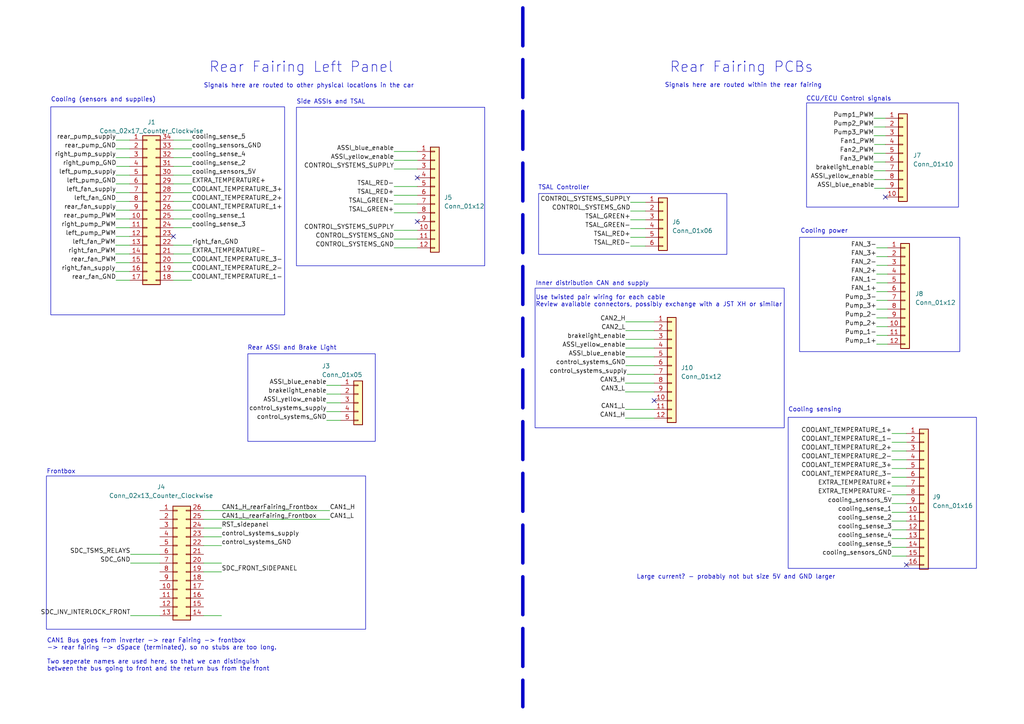
<source format=kicad_sch>
(kicad_sch (version 20230121) (generator eeschema)
  (paper "A4")
  (lib_symbols
    (symbol "Connector_Generic:Conn_01x05" (pin_names (offset 1.016) hide)
      (property "Reference" "J" (at 0 7.62 0))
      (property "Value" "Conn_01x05" (at 0 -7.62 0))
      (symbol "Conn_01x05_1_1"
        (rectangle (start -1.27 -4.953) (end 0 -5.207) (stroke (width 0.1524)))
        (rectangle (start -1.27 -2.413) (end 0 -2.667) (stroke (width 0.1524)))
        (rectangle (start -1.27 0.127) (end 0 -0.127) (stroke (width 0.1524)))
        (rectangle (start -1.27 2.667) (end 0 2.413) (stroke (width 0.1524)))
        (rectangle (start -1.27 5.207) (end 0 4.953) (stroke (width 0.1524)))
        (rectangle (start -1.27 6.35) (end 1.27 -6.35) (stroke (width 0.254)) (fill (type background)))
        (pin passive line (at -5.08 5.08 0) (length 3.81) (name "Pin_1") (number "1"))
        (pin passive line (at -5.08 2.54 0) (length 3.81) (name "Pin_2") (number "2"))
        (pin passive line (at -5.08 0 0) (length 3.81) (name "Pin_3") (number "3"))
        (pin passive line (at -5.08 -2.54 0) (length 3.81) (name "Pin_4") (number "4"))
        (pin passive line (at -5.08 -5.08 0) (length 3.81) (name "Pin_5") (number "5"))
      )
    )
    (symbol "Connector_Generic:Conn_01x06" (pin_names (offset 1.016) hide)
      (property "Reference" "J" (at 0 7.62 0))
      (property "Value" "Conn_01x06" (at 0 -10.16 0))
      (symbol "Conn_01x06_1_1"
        (rectangle (start -1.27 -7.493) (end 0 -7.747) (stroke (width 0.1524)))
        (rectangle (start -1.27 -4.953) (end 0 -5.207) (stroke (width 0.1524)))
        (rectangle (start -1.27 -2.413) (end 0 -2.667) (stroke (width 0.1524)))
        (rectangle (start -1.27 0.127) (end 0 -0.127) (stroke (width 0.1524)))
        (rectangle (start -1.27 2.667) (end 0 2.413) (stroke (width 0.1524)))
        (rectangle (start -1.27 5.207) (end 0 4.953) (stroke (width 0.1524)))
        (rectangle (start -1.27 6.35) (end 1.27 -8.89) (stroke (width 0.254)) (fill (type background)))
        (pin passive line (at -5.08 5.08 0) (length 3.81) (name "Pin_1") (number "1"))
        (pin passive line (at -5.08 2.54 0) (length 3.81) (name "Pin_2") (number "2"))
        (pin passive line (at -5.08 0 0) (length 3.81) (name "Pin_3") (number "3"))
        (pin passive line (at -5.08 -2.54 0) (length 3.81) (name "Pin_4") (number "4"))
        (pin passive line (at -5.08 -5.08 0) (length 3.81) (name "Pin_5") (number "5"))
        (pin passive line (at -5.08 -7.62 0) (length 3.81) (name "Pin_6") (number "6"))
      )
    )
    (symbol "Connector_Generic:Conn_01x10" (pin_names (offset 1.016) hide)
      (property "Reference" "J" (at 0 12.7 0))
      (property "Value" "Conn_01x10" (at 0 -15.24 0))
      (symbol "Conn_01x10_1_1"
        (rectangle (start -1.27 -12.573) (end 0 -12.827) (stroke (width 0.1524)))
        (rectangle (start -1.27 -10.033) (end 0 -10.287) (stroke (width 0.1524)))
        (rectangle (start -1.27 -7.493) (end 0 -7.747) (stroke (width 0.1524)))
        (rectangle (start -1.27 -4.953) (end 0 -5.207) (stroke (width 0.1524)))
        (rectangle (start -1.27 -2.413) (end 0 -2.667) (stroke (width 0.1524)))
        (rectangle (start -1.27 0.127) (end 0 -0.127) (stroke (width 0.1524)))
        (rectangle (start -1.27 2.667) (end 0 2.413) (stroke (width 0.1524)))
        (rectangle (start -1.27 5.207) (end 0 4.953) (stroke (width 0.1524)))
        (rectangle (start -1.27 7.747) (end 0 7.493) (stroke (width 0.1524)))
        (rectangle (start -1.27 10.287) (end 0 10.033) (stroke (width 0.1524)))
        (rectangle (start -1.27 11.43) (end 1.27 -13.97) (stroke (width 0.254)) (fill (type background)))
        (pin passive line (at -5.08 10.16 0) (length 3.81) (name "Pin_1") (number "1"))
        (pin passive line (at -5.08 -12.7 0) (length 3.81) (name "Pin_10") (number "10"))
        (pin passive line (at -5.08 7.62 0) (length 3.81) (name "Pin_2") (number "2"))
        (pin passive line (at -5.08 5.08 0) (length 3.81) (name "Pin_3") (number "3"))
        (pin passive line (at -5.08 2.54 0) (length 3.81) (name "Pin_4") (number "4"))
        (pin passive line (at -5.08 0 0) (length 3.81) (name "Pin_5") (number "5"))
        (pin passive line (at -5.08 -2.54 0) (length 3.81) (name "Pin_6") (number "6"))
        (pin passive line (at -5.08 -5.08 0) (length 3.81) (name "Pin_7") (number "7"))
        (pin passive line (at -5.08 -7.62 0) (length 3.81) (name "Pin_8") (number "8"))
        (pin passive line (at -5.08 -10.16 0) (length 3.81) (name "Pin_9") (number "9"))
      )
    )
    (symbol "Connector_Generic:Conn_01x12" (pin_names (offset 1.016) hide)
      (property "Reference" "J" (at 0 15.24 0))
      (property "Value" "Conn_01x12" (at 0 -17.78 0))
      (symbol "Conn_01x12_1_1"
        (rectangle (start -1.27 -15.113) (end 0 -15.367) (stroke (width 0.1524)))
        (rectangle (start -1.27 -12.573) (end 0 -12.827) (stroke (width 0.1524)))
        (rectangle (start -1.27 -10.033) (end 0 -10.287) (stroke (width 0.1524)))
        (rectangle (start -1.27 -7.493) (end 0 -7.747) (stroke (width 0.1524)))
        (rectangle (start -1.27 -4.953) (end 0 -5.207) (stroke (width 0.1524)))
        (rectangle (start -1.27 -2.413) (end 0 -2.667) (stroke (width 0.1524)))
        (rectangle (start -1.27 0.127) (end 0 -0.127) (stroke (width 0.1524)))
        (rectangle (start -1.27 2.667) (end 0 2.413) (stroke (width 0.1524)))
        (rectangle (start -1.27 5.207) (end 0 4.953) (stroke (width 0.1524)))
        (rectangle (start -1.27 7.747) (end 0 7.493) (stroke (width 0.1524)))
        (rectangle (start -1.27 10.287) (end 0 10.033) (stroke (width 0.1524)))
        (rectangle (start -1.27 12.827) (end 0 12.573) (stroke (width 0.1524)))
        (rectangle (start -1.27 13.97) (end 1.27 -16.51) (stroke (width 0.254)) (fill (type background)))
        (pin passive line (at -5.08 12.7 0) (length 3.81) (name "Pin_1") (number "1"))
        (pin passive line (at -5.08 -10.16 0) (length 3.81) (name "Pin_10") (number "10"))
        (pin passive line (at -5.08 -12.7 0) (length 3.81) (name "Pin_11") (number "11"))
        (pin passive line (at -5.08 -15.24 0) (length 3.81) (name "Pin_12") (number "12"))
        (pin passive line (at -5.08 10.16 0) (length 3.81) (name "Pin_2") (number "2"))
        (pin passive line (at -5.08 7.62 0) (length 3.81) (name "Pin_3") (number "3"))
        (pin passive line (at -5.08 5.08 0) (length 3.81) (name "Pin_4") (number "4"))
        (pin passive line (at -5.08 2.54 0) (length 3.81) (name "Pin_5") (number "5"))
        (pin passive line (at -5.08 0 0) (length 3.81) (name "Pin_6") (number "6"))
        (pin passive line (at -5.08 -2.54 0) (length 3.81) (name "Pin_7") (number "7"))
        (pin passive line (at -5.08 -5.08 0) (length 3.81) (name "Pin_8") (number "8"))
        (pin passive line (at -5.08 -7.62 0) (length 3.81) (name "Pin_9") (number "9"))
      )
    )
    (symbol "Connector_Generic:Conn_01x16" (pin_names (offset 1.016) hide)
      (property "Reference" "J" (at 0 20.32 0))
      (property "Value" "Conn_01x16" (at 0 -22.86 0))
      (symbol "Conn_01x16_1_1"
        (rectangle (start -1.27 -20.193) (end 0 -20.447) (stroke (width 0.1524)))
        (rectangle (start -1.27 -17.653) (end 0 -17.907) (stroke (width 0.1524)))
        (rectangle (start -1.27 -15.113) (end 0 -15.367) (stroke (width 0.1524)))
        (rectangle (start -1.27 -12.573) (end 0 -12.827) (stroke (width 0.1524)))
        (rectangle (start -1.27 -10.033) (end 0 -10.287) (stroke (width 0.1524)))
        (rectangle (start -1.27 -7.493) (end 0 -7.747) (stroke (width 0.1524)))
        (rectangle (start -1.27 -4.953) (end 0 -5.207) (stroke (width 0.1524)))
        (rectangle (start -1.27 -2.413) (end 0 -2.667) (stroke (width 0.1524)))
        (rectangle (start -1.27 0.127) (end 0 -0.127) (stroke (width 0.1524)))
        (rectangle (start -1.27 2.667) (end 0 2.413) (stroke (width 0.1524)))
        (rectangle (start -1.27 5.207) (end 0 4.953) (stroke (width 0.1524)))
        (rectangle (start -1.27 7.747) (end 0 7.493) (stroke (width 0.1524)))
        (rectangle (start -1.27 10.287) (end 0 10.033) (stroke (width 0.1524)))
        (rectangle (start -1.27 12.827) (end 0 12.573) (stroke (width 0.1524)))
        (rectangle (start -1.27 15.367) (end 0 15.113) (stroke (width 0.1524)))
        (rectangle (start -1.27 17.907) (end 0 17.653) (stroke (width 0.1524)))
        (rectangle (start -1.27 19.05) (end 1.27 -21.59) (stroke (width 0.254)) (fill (type background)))
        (pin passive line (at -5.08 17.78 0) (length 3.81) (name "Pin_1") (number "1"))
        (pin passive line (at -5.08 -5.08 0) (length 3.81) (name "Pin_10") (number "10"))
        (pin passive line (at -5.08 -7.62 0) (length 3.81) (name "Pin_11") (number "11"))
        (pin passive line (at -5.08 -10.16 0) (length 3.81) (name "Pin_12") (number "12"))
        (pin passive line (at -5.08 -12.7 0) (length 3.81) (name "Pin_13") (number "13"))
        (pin passive line (at -5.08 -15.24 0) (length 3.81) (name "Pin_14") (number "14"))
        (pin passive line (at -5.08 -17.78 0) (length 3.81) (name "Pin_15") (number "15"))
        (pin passive line (at -5.08 -20.32 0) (length 3.81) (name "Pin_16") (number "16"))
        (pin passive line (at -5.08 15.24 0) (length 3.81) (name "Pin_2") (number "2"))
        (pin passive line (at -5.08 12.7 0) (length 3.81) (name "Pin_3") (number "3"))
        (pin passive line (at -5.08 10.16 0) (length 3.81) (name "Pin_4") (number "4"))
        (pin passive line (at -5.08 7.62 0) (length 3.81) (name "Pin_5") (number "5"))
        (pin passive line (at -5.08 5.08 0) (length 3.81) (name "Pin_6") (number "6"))
        (pin passive line (at -5.08 2.54 0) (length 3.81) (name "Pin_7") (number "7"))
        (pin passive line (at -5.08 0 0) (length 3.81) (name "Pin_8") (number "8"))
        (pin passive line (at -5.08 -2.54 0) (length 3.81) (name "Pin_9") (number "9"))
      )
    )
    (symbol "Connector_Generic:Conn_02x13_Counter_Clockwise" (pin_names (offset 1.016) hide)
      (property "Reference" "J" (at 1.27 17.78 0))
      (property "Value" "Conn_02x13_Counter_Clockwise" (at 1.27 -17.78 0))
      (symbol "Conn_02x13_Counter_Clockwise_1_1"
        (rectangle (start -1.27 -15.113) (end 0 -15.367) (stroke (width 0.1524)))
        (rectangle (start -1.27 -12.573) (end 0 -12.827) (stroke (width 0.1524)))
        (rectangle (start -1.27 -10.033) (end 0 -10.287) (stroke (width 0.1524)))
        (rectangle (start -1.27 -7.493) (end 0 -7.747) (stroke (width 0.1524)))
        (rectangle (start -1.27 -4.953) (end 0 -5.207) (stroke (width 0.1524)))
        (rectangle (start -1.27 -2.413) (end 0 -2.667) (stroke (width 0.1524)))
        (rectangle (start -1.27 0.127) (end 0 -0.127) (stroke (width 0.1524)))
        (rectangle (start -1.27 2.667) (end 0 2.413) (stroke (width 0.1524)))
        (rectangle (start -1.27 5.207) (end 0 4.953) (stroke (width 0.1524)))
        (rectangle (start -1.27 7.747) (end 0 7.493) (stroke (width 0.1524)))
        (rectangle (start -1.27 10.287) (end 0 10.033) (stroke (width 0.1524)))
        (rectangle (start -1.27 12.827) (end 0 12.573) (stroke (width 0.1524)))
        (rectangle (start -1.27 15.367) (end 0 15.113) (stroke (width 0.1524)))
        (rectangle (start -1.27 16.51) (end 3.81 -16.51) (stroke (width 0.254)) (fill (type background)))
        (rectangle (start 3.81 -15.113) (end 2.54 -15.367) (stroke (width 0.1524)))
        (rectangle (start 3.81 -12.573) (end 2.54 -12.827) (stroke (width 0.1524)))
        (rectangle (start 3.81 -10.033) (end 2.54 -10.287) (stroke (width 0.1524)))
        (rectangle (start 3.81 -7.493) (end 2.54 -7.747) (stroke (width 0.1524)))
        (rectangle (start 3.81 -4.953) (end 2.54 -5.207) (stroke (width 0.1524)))
        (rectangle (start 3.81 -2.413) (end 2.54 -2.667) (stroke (width 0.1524)))
        (rectangle (start 3.81 0.127) (end 2.54 -0.127) (stroke (width 0.1524)))
        (rectangle (start 3.81 2.667) (end 2.54 2.413) (stroke (width 0.1524)))
        (rectangle (start 3.81 5.207) (end 2.54 4.953) (stroke (width 0.1524)))
        (rectangle (start 3.81 7.747) (end 2.54 7.493) (stroke (width 0.1524)))
        (rectangle (start 3.81 10.287) (end 2.54 10.033) (stroke (width 0.1524)))
        (rectangle (start 3.81 12.827) (end 2.54 12.573) (stroke (width 0.1524)))
        (rectangle (start 3.81 15.367) (end 2.54 15.113) (stroke (width 0.1524)))
        (pin passive line (at -5.08 15.24 0) (length 3.81) (name "Pin_1") (number "1"))
        (pin passive line (at -5.08 -7.62 0) (length 3.81) (name "Pin_10") (number "10"))
        (pin passive line (at -5.08 -10.16 0) (length 3.81) (name "Pin_11") (number "11"))
        (pin passive line (at -5.08 -12.7 0) (length 3.81) (name "Pin_12") (number "12"))
        (pin passive line (at -5.08 -15.24 0) (length 3.81) (name "Pin_13") (number "13"))
        (pin passive line (at 7.62 -15.24 180) (length 3.81) (name "Pin_14") (number "14"))
        (pin passive line (at 7.62 -12.7 180) (length 3.81) (name "Pin_15") (number "15"))
        (pin passive line (at 7.62 -10.16 180) (length 3.81) (name "Pin_16") (number "16"))
        (pin passive line (at 7.62 -7.62 180) (length 3.81) (name "Pin_17") (number "17"))
        (pin passive line (at 7.62 -5.08 180) (length 3.81) (name "Pin_18") (number "18"))
        (pin passive line (at 7.62 -2.54 180) (length 3.81) (name "Pin_19") (number "19"))
        (pin passive line (at -5.08 12.7 0) (length 3.81) (name "Pin_2") (number "2"))
        (pin passive line (at 7.62 0 180) (length 3.81) (name "Pin_20") (number "20"))
        (pin passive line (at 7.62 2.54 180) (length 3.81) (name "Pin_21") (number "21"))
        (pin passive line (at 7.62 5.08 180) (length 3.81) (name "Pin_22") (number "22"))
        (pin passive line (at 7.62 7.62 180) (length 3.81) (name "Pin_23") (number "23"))
        (pin passive line (at 7.62 10.16 180) (length 3.81) (name "Pin_24") (number "24"))
        (pin passive line (at 7.62 12.7 180) (length 3.81) (name "Pin_25") (number "25"))
        (pin passive line (at 7.62 15.24 180) (length 3.81) (name "Pin_26") (number "26"))
        (pin passive line (at -5.08 10.16 0) (length 3.81) (name "Pin_3") (number "3"))
        (pin passive line (at -5.08 7.62 0) (length 3.81) (name "Pin_4") (number "4"))
        (pin passive line (at -5.08 5.08 0) (length 3.81) (name "Pin_5") (number "5"))
        (pin passive line (at -5.08 2.54 0) (length 3.81) (name "Pin_6") (number "6"))
        (pin passive line (at -5.08 0 0) (length 3.81) (name "Pin_7") (number "7"))
        (pin passive line (at -5.08 -2.54 0) (length 3.81) (name "Pin_8") (number "8"))
        (pin passive line (at -5.08 -5.08 0) (length 3.81) (name "Pin_9") (number "9"))
      )
    )
    (symbol "Connector_Generic:Conn_02x17_Counter_Clockwise" (pin_names (offset 1.016) hide)
      (property "Reference" "J" (at 1.27 22.86 0))
      (property "Value" "Conn_02x17_Counter_Clockwise" (at 1.27 -22.86 0))
      (symbol "Conn_02x17_Counter_Clockwise_1_1"
        (rectangle (start -1.27 -20.193) (end 0 -20.447) (stroke (width 0.1524)))
        (rectangle (start -1.27 -17.653) (end 0 -17.907) (stroke (width 0.1524)))
        (rectangle (start -1.27 -15.113) (end 0 -15.367) (stroke (width 0.1524)))
        (rectangle (start -1.27 -12.573) (end 0 -12.827) (stroke (width 0.1524)))
        (rectangle (start -1.27 -10.033) (end 0 -10.287) (stroke (width 0.1524)))
        (rectangle (start -1.27 -7.493) (end 0 -7.747) (stroke (width 0.1524)))
        (rectangle (start -1.27 -4.953) (end 0 -5.207) (stroke (width 0.1524)))
        (rectangle (start -1.27 -2.413) (end 0 -2.667) (stroke (width 0.1524)))
        (rectangle (start -1.27 0.127) (end 0 -0.127) (stroke (width 0.1524)))
        (rectangle (start -1.27 2.667) (end 0 2.413) (stroke (width 0.1524)))
        (rectangle (start -1.27 5.207) (end 0 4.953) (stroke (width 0.1524)))
        (rectangle (start -1.27 7.747) (end 0 7.493) (stroke (width 0.1524)))
        (rectangle (start -1.27 10.287) (end 0 10.033) (stroke (width 0.1524)))
        (rectangle (start -1.27 12.827) (end 0 12.573) (stroke (width 0.1524)))
        (rectangle (start -1.27 15.367) (end 0 15.113) (stroke (width 0.1524)))
        (rectangle (start -1.27 17.907) (end 0 17.653) (stroke (width 0.1524)))
        (rectangle (start -1.27 20.447) (end 0 20.193) (stroke (width 0.1524)))
        (rectangle (start -1.27 21.59) (end 3.81 -21.59) (stroke (width 0.254)) (fill (type background)))
        (rectangle (start 3.81 -20.193) (end 2.54 -20.447) (stroke (width 0.1524)))
        (rectangle (start 3.81 -17.653) (end 2.54 -17.907) (stroke (width 0.1524)))
        (rectangle (start 3.81 -15.113) (end 2.54 -15.367) (stroke (width 0.1524)))
        (rectangle (start 3.81 -12.573) (end 2.54 -12.827) (stroke (width 0.1524)))
        (rectangle (start 3.81 -10.033) (end 2.54 -10.287) (stroke (width 0.1524)))
        (rectangle (start 3.81 -7.493) (end 2.54 -7.747) (stroke (width 0.1524)))
        (rectangle (start 3.81 -4.953) (end 2.54 -5.207) (stroke (width 0.1524)))
        (rectangle (start 3.81 -2.413) (end 2.54 -2.667) (stroke (width 0.1524)))
        (rectangle (start 3.81 0.127) (end 2.54 -0.127) (stroke (width 0.1524)))
        (rectangle (start 3.81 2.667) (end 2.54 2.413) (stroke (width 0.1524)))
        (rectangle (start 3.81 5.207) (end 2.54 4.953) (stroke (width 0.1524)))
        (rectangle (start 3.81 7.747) (end 2.54 7.493) (stroke (width 0.1524)))
        (rectangle (start 3.81 10.287) (end 2.54 10.033) (stroke (width 0.1524)))
        (rectangle (start 3.81 12.827) (end 2.54 12.573) (stroke (width 0.1524)))
        (rectangle (start 3.81 15.367) (end 2.54 15.113) (stroke (width 0.1524)))
        (rectangle (start 3.81 17.907) (end 2.54 17.653) (stroke (width 0.1524)))
        (rectangle (start 3.81 20.447) (end 2.54 20.193) (stroke (width 0.1524)))
        (pin passive line (at -5.08 20.32 0) (length 3.81) (name "Pin_1") (number "1"))
        (pin passive line (at -5.08 -2.54 0) (length 3.81) (name "Pin_10") (number "10"))
        (pin passive line (at -5.08 -5.08 0) (length 3.81) (name "Pin_11") (number "11"))
        (pin passive line (at -5.08 -7.62 0) (length 3.81) (name "Pin_12") (number "12"))
        (pin passive line (at -5.08 -10.16 0) (length 3.81) (name "Pin_13") (number "13"))
        (pin passive line (at -5.08 -12.7 0) (length 3.81) (name "Pin_14") (number "14"))
        (pin passive line (at -5.08 -15.24 0) (length 3.81) (name "Pin_15") (number "15"))
        (pin passive line (at -5.08 -17.78 0) (length 3.81) (name "Pin_16") (number "16"))
        (pin passive line (at -5.08 -20.32 0) (length 3.81) (name "Pin_17") (number "17"))
        (pin passive line (at 7.62 -20.32 180) (length 3.81) (name "Pin_18") (number "18"))
        (pin passive line (at 7.62 -17.78 180) (length 3.81) (name "Pin_19") (number "19"))
        (pin passive line (at -5.08 17.78 0) (length 3.81) (name "Pin_2") (number "2"))
        (pin passive line (at 7.62 -15.24 180) (length 3.81) (name "Pin_20") (number "20"))
        (pin passive line (at 7.62 -12.7 180) (length 3.81) (name "Pin_21") (number "21"))
        (pin passive line (at 7.62 -10.16 180) (length 3.81) (name "Pin_22") (number "22"))
        (pin passive line (at 7.62 -7.62 180) (length 3.81) (name "Pin_23") (number "23"))
        (pin passive line (at 7.62 -5.08 180) (length 3.81) (name "Pin_24") (number "24"))
        (pin passive line (at 7.62 -2.54 180) (length 3.81) (name "Pin_25") (number "25"))
        (pin passive line (at 7.62 0 180) (length 3.81) (name "Pin_26") (number "26"))
        (pin passive line (at 7.62 2.54 180) (length 3.81) (name "Pin_27") (number "27"))
        (pin passive line (at 7.62 5.08 180) (length 3.81) (name "Pin_28") (number "28"))
        (pin passive line (at 7.62 7.62 180) (length 3.81) (name "Pin_29") (number "29"))
        (pin passive line (at -5.08 15.24 0) (length 3.81) (name "Pin_3") (number "3"))
        (pin passive line (at 7.62 10.16 180) (length 3.81) (name "Pin_30") (number "30"))
        (pin passive line (at 7.62 12.7 180) (length 3.81) (name "Pin_31") (number "31"))
        (pin passive line (at 7.62 15.24 180) (length 3.81) (name "Pin_32") (number "32"))
        (pin passive line (at 7.62 17.78 180) (length 3.81) (name "Pin_33") (number "33"))
        (pin passive line (at 7.62 20.32 180) (length 3.81) (name "Pin_34") (number "34"))
        (pin passive line (at -5.08 12.7 0) (length 3.81) (name "Pin_4") (number "4"))
        (pin passive line (at -5.08 10.16 0) (length 3.81) (name "Pin_5") (number "5"))
        (pin passive line (at -5.08 7.62 0) (length 3.81) (name "Pin_6") (number "6"))
        (pin passive line (at -5.08 5.08 0) (length 3.81) (name "Pin_7") (number "7"))
        (pin passive line (at -5.08 2.54 0) (length 3.81) (name "Pin_8") (number "8"))
        (pin passive line (at -5.08 0 0) (length 3.81) (name "Pin_9") (number "9"))
      )
    )
  )
  (no_connect (at 50.292 68.58))
  (no_connect (at -43.434 125.349))
  (no_connect (at 189.738 116.205))
  (no_connect (at 262.89 163.83))
  (no_connect (at -43.434 102.489))
  (no_connect (at 121.031 51.562))
  (no_connect (at 121.031 64.262))
  (no_connect (at 256.794 57.15))
  (wire (pts (xy 59.055 163.322) (xy 64.262 163.322)))
  (wire (pts (xy 181.356 111.125) (xy 189.738 111.125)))
  (wire (pts (xy 50.292 71.12) (xy 55.753 71.12)))
  (wire (pts (xy 59.055 165.862) (xy 64.262 165.862)))
  (wire (pts (xy 254.254 82.042) (xy 257.429 82.042)))
  (wire (pts (xy 254.254 84.582) (xy 257.429 84.582)))
  (wire (pts (xy 253.492 52.07) (xy 256.794 52.07)))
  (wire (pts (xy 33.655 55.88) (xy 37.592 55.88)))
  (wire (pts (xy 254.254 97.282) (xy 257.429 97.282)))
  (wire (pts (xy 33.655 40.64) (xy 37.592 40.64)))
  (wire (pts (xy 114.3 66.802) (xy 121.031 66.802)))
  (wire (pts (xy 50.292 43.18) (xy 55.626 43.18)))
  (wire (pts (xy 94.742 116.84) (xy 98.806 116.84)))
  (wire (pts (xy 50.292 78.74) (xy 55.626 78.74)))
  (wire (pts (xy 254.254 71.882) (xy 257.429 71.882)))
  (wire (pts (xy 181.483 106.045) (xy 189.738 106.045)))
  (wire (pts (xy 181.483 103.505) (xy 189.738 103.505)))
  (wire (pts (xy 253.492 36.83) (xy 256.794 36.83)))
  (wire (pts (xy 37.846 178.562) (xy 46.355 178.562)))
  (wire (pts (xy 50.292 40.64) (xy 55.626 40.64)))
  (wire (pts (xy 258.699 161.29) (xy 262.89 161.29)))
  (wire (pts (xy 181.483 100.965) (xy 189.738 100.965)))
  (wire (pts (xy 114.3 46.482) (xy 121.031 46.482)))
  (wire (pts (xy 33.528 71.12) (xy 37.592 71.12)))
  (wire (pts (xy 50.292 81.28) (xy 55.626 81.28)))
  (wire (pts (xy 33.528 78.74) (xy 37.592 78.74)))
  (wire (pts (xy 253.619 54.61) (xy 256.794 54.61)))
  (wire (pts (xy 33.782 48.26) (xy 37.592 48.26)))
  (wire (pts (xy 182.88 58.674) (xy 187.198 58.674)))
  (wire (pts (xy 181.483 93.345) (xy 189.738 93.345)))
  (wire (pts (xy 114.3 56.642) (xy 121.031 56.642)))
  (wire (pts (xy 33.655 45.72) (xy 37.592 45.72)))
  (wire (pts (xy 59.055 148.082) (xy 95.631 148.082)))
  (wire (pts (xy 50.292 53.34) (xy 55.626 53.34)))
  (wire (pts (xy 258.699 135.89) (xy 262.89 135.89)))
  (wire (pts (xy 33.528 73.66) (xy 37.592 73.66)))
  (wire (pts (xy 181.483 98.425) (xy 189.738 98.425)))
  (wire (pts (xy 181.356 121.285) (xy 189.738 121.285)))
  (wire (pts (xy 258.699 156.21) (xy 262.89 156.21)))
  (wire (pts (xy 59.055 178.562) (xy 64.262 178.562)))
  (wire (pts (xy 254.254 74.422) (xy 257.429 74.422)))
  (wire (pts (xy 253.492 39.37) (xy 256.794 39.37)))
  (wire (pts (xy 37.846 163.322) (xy 46.355 163.322)))
  (wire (pts (xy 254.254 79.502) (xy 257.429 79.502)))
  (wire (pts (xy 33.655 66.04) (xy 37.592 66.04)))
  (wire (pts (xy 253.492 34.29) (xy 256.794 34.29)))
  (wire (pts (xy 253.619 41.91) (xy 256.794 41.91)))
  (wire (pts (xy 182.88 68.834) (xy 187.198 68.834)))
  (wire (pts (xy 258.699 153.67) (xy 262.89 153.67)))
  (wire (pts (xy 258.699 140.97) (xy 262.89 140.97)))
  (wire (pts (xy 182.88 61.214) (xy 187.198 61.214)))
  (wire (pts (xy -49.403 122.809) (xy -43.434 122.809)))
  (wire (pts (xy 33.655 63.5) (xy 37.592 63.5)))
  (wire (pts (xy 37.592 50.8) (xy 33.655 50.8)))
  (wire (pts (xy 114.3 61.722) (xy 121.031 61.722)))
  (wire (pts (xy 258.699 148.59) (xy 262.89 148.59)))
  (wire (pts (xy 181.483 95.885) (xy 189.738 95.885)))
  (wire (pts (xy 258.699 128.27) (xy 262.89 128.27)))
  (wire (pts (xy 33.655 76.2) (xy 37.592 76.2)))
  (wire (pts (xy 50.292 45.72) (xy 55.626 45.72)))
  (wire (pts (xy 258.699 133.35) (xy 262.89 133.35)))
  (wire (pts (xy 94.742 119.38) (xy 98.806 119.38)))
  (wire (pts (xy 254.254 76.962) (xy 257.429 76.962)))
  (wire (pts (xy 258.699 125.73) (xy 262.89 125.73)))
  (wire (pts (xy 254.254 99.822) (xy 257.429 99.822)))
  (wire (pts (xy -49.53 99.949) (xy -43.434 99.949)))
  (wire (pts (xy 258.699 130.81) (xy 262.89 130.81)))
  (wire (pts (xy 37.846 160.782) (xy 46.355 160.782)))
  (wire (pts (xy 33.655 58.42) (xy 37.592 58.42)))
  (wire (pts (xy -49.53 120.269) (xy -43.434 120.269)))
  (wire (pts (xy 114.3 71.882) (xy 121.031 71.882)))
  (wire (pts (xy -49.53 105.029) (xy -43.434 105.029)))
  (wire (pts (xy -49.657 115.189) (xy -43.434 115.189)))
  (wire (pts (xy 114.3 54.102) (xy 121.031 54.102)))
  (wire (pts (xy 33.655 60.96) (xy 37.592 60.96)))
  (wire (pts (xy 181.356 113.665) (xy 189.738 113.665)))
  (wire (pts (xy 50.292 48.26) (xy 55.626 48.26)))
  (wire (pts (xy 33.655 53.34) (xy 37.592 53.34)))
  (wire (pts (xy 258.699 146.05) (xy 262.89 146.05)))
  (wire (pts (xy 94.742 111.76) (xy 98.806 111.76)))
  (wire (pts (xy 182.88 63.754) (xy 187.198 63.754)))
  (wire (pts (xy -49.53 127.889) (xy -43.434 127.889)))
  (wire (pts (xy 182.88 66.294) (xy 187.198 66.294)))
  (wire (pts (xy 182.88 71.374) (xy 187.198 71.374)))
  (wire (pts (xy 59.055 155.702) (xy 64.262 155.702)))
  (wire (pts (xy 50.292 50.8) (xy 55.626 50.8)))
  (wire (pts (xy -49.53 110.109) (xy -43.434 110.109)))
  (wire (pts (xy 50.292 66.04) (xy 55.626 66.04)))
  (wire (pts (xy 50.292 55.88) (xy 55.626 55.88)))
  (wire (pts (xy 254.254 89.662) (xy 257.429 89.662)))
  (wire (pts (xy 258.699 151.13) (xy 262.89 151.13)))
  (wire (pts (xy 33.655 43.18) (xy 37.592 43.18)))
  (wire (pts (xy 50.292 73.66) (xy 55.626 73.66)))
  (wire (pts (xy 254.254 92.202) (xy 257.429 92.202)))
  (wire (pts (xy 33.655 81.28) (xy 37.592 81.28)))
  (wire (pts (xy 94.742 121.92) (xy 98.806 121.92)))
  (wire (pts (xy 50.292 63.5) (xy 55.626 63.5)))
  (wire (pts (xy 253.492 44.45) (xy 256.794 44.45)))
  (wire (pts (xy 253.492 49.53) (xy 256.794 49.53)))
  (wire (pts (xy 50.292 58.42) (xy 55.626 58.42)))
  (wire (pts (xy 258.699 143.51) (xy 262.89 143.51)))
  (wire (pts (xy 254.254 94.742) (xy 257.429 94.742)))
  (wire (pts (xy -49.53 112.649) (xy -43.434 112.649)))
  (wire (pts (xy 33.655 68.58) (xy 37.592 68.58)))
  (wire (pts (xy 181.864 108.585) (xy 189.738 108.585)))
  (wire (pts (xy 254.254 87.122) (xy 257.429 87.122)))
  (polyline (pts (xy 151.638 2.286) (xy 151.638 204.978)) (stroke (width 1) (type dash)))
  (wire (pts (xy 50.292 76.2) (xy 55.626 76.2)))
  (wire (pts (xy -49.657 117.729) (xy -43.434 117.729)))
  (wire (pts (xy 59.055 153.162) (xy 64.262 153.162)))
  (wire (pts (xy 181.356 118.745) (xy 189.738 118.745)))
  (wire (pts (xy 258.699 138.43) (xy 262.89 138.43)))
  (wire (pts (xy 94.742 114.3) (xy 98.806 114.3)))
  (wire (pts (xy 114.3 49.022) (xy 121.031 49.022)))
  (wire (pts (xy 253.492 46.99) (xy 256.794 46.99)))
  (wire (pts (xy 121.031 43.942) (xy 114.3 43.942)))
  (wire (pts (xy -49.53 107.569) (xy -43.434 107.569)))
  (wire (pts (xy 114.3 69.342) (xy 121.031 69.342)))
  (wire (pts (xy 258.699 158.75) (xy 262.89 158.75)))
  (wire (pts (xy 59.055 158.242) (xy 64.262 158.242)))
  (wire (pts (xy 114.3 59.182) (xy 121.031 59.182)))
  (wire (pts (xy 59.055 150.622) (xy 95.631 150.622)))
  (wire (pts (xy 50.292 60.96) (xy 55.626 60.96)))
  (rectangle (start 155.194 83.566) (end 227.457 124.079))
  (rectangle (start 231.902 68.834) (end 278.384 101.981))
  (rectangle (start -73.914 95.25) (end -20.955 120.904))
  (rectangle (start 71.882 102.616) (end 108.839 128.016))
  (rectangle (start 14.732 30.988) (end 82.55 91.313))
  (rectangle (start 85.979 31.115) (end 140.589 77.089))
  (rectangle (start 233.934 29.845) (end 278.003 60.071))
  (rectangle (start 228.6 121.031) (end 283.21 164.846))
  (rectangle (start 13.462 138.049) (end 106.045 182.499))
  (rectangle (start 156.21 56.134) (end 210.82 73.787))
  (text "dSpace" (at -73.787 94.869 0) (effects (font (size 1.27 1.27)) (justify left bottom)))
  (text "Inner distribution CAN and supply\n\nUse twisted pair wiring for each cable\nReview available connectors, possibly exchange with a JST XH or similar" (at 155.321 89.154 0) (effects (font (size 1.27 1.27)) (justify left bottom)))
  (text "Large current? - probably not but size 5V and GND larger" (at 242.316 168.148 0) (effects (font (size 1.27 1.27)) (justify right bottom)))
  (text "CCU/ECU Control signals" (at 233.807 29.464 0) (effects (font (size 1.27 1.27)) (justify left bottom)))
  (text "Rear Fairing PCBs" (at 194.183 21.336 0) (effects (font (size 3 3)) (justify left bottom)))
  (text "Frontbox" (at 13.5028 137.5943 0) (effects (font (size 1.27 1.27)) (justify left bottom)))
  (text "CAN1 Bus goes from inverter -> rear Fairing -> frontbox\n-> rear fairing -> dSpace (terminated), so no stubs are too long.\n\nTwo seperate names are used here, so that we can distinguish\nbetween the bus going to front and the return bus from the front \n" (at 13.589 194.818 0) (effects (font (size 1.27 1.27)) (justify left bottom)))
  (text "Rear Fairing Left Panel" (at 60.579 21.336 0) (effects (font (size 3 3)) (justify left bottom)))
  (text "Side ASSIs and TSAL" (at 85.979 30.353 0) (effects (font (size 1.27 1.27)) (justify left bottom)))
  (text "TODO: DOUBLE_CHECK FOOTPRINTS FOR THE LEMOS AND THE FINE DETAILS FOR THE TE FOOTPRINT" (at 12.573 218.821 0) (effects (font (size 1.27 1.27)) (justify left bottom)))
  (text "Signals here are routed to other physical locations in the car" (at 59.055 25.654 0) (effects (font (size 1.27 1.27)) (justify left bottom)))
  (text "Rear ASSI and Brake Light" (at 71.755 101.727 0) (effects (font (size 1.27 1.27)) (justify left bottom)))
  (text "Cooling power\n" (at 232.156 67.818 0) (effects (font (size 1.27 1.27)) (justify left bottom)))
  (text "TSAL Controller\n\n" (at 156.083 57.277 0) (effects (font (size 1.27 1.27)) (justify left bottom)))
  (text "Signals here are routed within the rear fairing" (at 192.786 25.527 0) (effects (font (size 1.27 1.27)) (justify left bottom)))
  (text "Cooling (sensors and supplies)" (at 14.732 29.718 0) (effects (font (size 1.27 1.27)) (justify left bottom)))
  (text "Cooling sensing\n" (at 228.6 119.634 0) (effects (font (size 1.27 1.27)) (justify left bottom)))
  (label "TSAL_GREEN+" (at 114.3 61.722 180))
  (label "ASSI_yellow_enable" (at 253.492 52.07 180))
  (label "TSAL_RED-" (at 182.88 71.374 180))
  (label "ASSI_yellow_enable" (at 114.3 46.482 180))
  (label "CAN1_L_rearFairing_Frontbox" (at 64.262 150.622 0))
  (label "cooling_sense_5" (at 55.626 40.64 0))
  (label "cooling_sense_1" (at 258.699 148.59 180))
  (label "cooling_sense_3" (at 258.699 153.67 180))
  (label "control_systems_supply" (at 181.864 108.585 180))
  (label "TSAL_RED+" (at 182.88 68.834 180))
  (label "left_fan_supply" (at 33.655 55.88 180))
  (label "SDC_GND" (at 37.846 163.322 180))
  (label "SDC_FRONT_SIDEPANEL" (at 64.262 165.862 0))
  (label "brakelight_enable" (at 181.483 98.425 180))
  (label "FAN_1-" (at 254.254 82.042 180))
  (label "cooling_sensors_GND" (at 258.699 161.29 180))
  (label "CAN3_H" (at -49.53 107.569 180))
  (label "left_pump_supply" (at 33.655 50.8 180))
  (label "CAN2_H" (at 181.483 93.345 180))
  (label "COOLANT_TEMPERATURE_1+" (at 55.626 60.96 0))
  (label "EXTRA_TEMPERATURE-" (at 258.699 143.51 180))
  (label "control_systems_GND" (at 64.262 158.242 0))
  (label "CAN3_L" (at 181.356 113.665 180))
  (label "right_pump_GND" (at 33.782 48.26 180))
  (label "Fan1_PWM" (at 253.619 41.91 180))
  (label "cooling_sensors_5V" (at 258.699 146.05 180))
  (label "control_systems_supply" (at 64.262 155.702 0))
  (label "Pump_1+" (at 254.254 99.822 180))
  (label "EXTRA_TEMPERATURE-" (at 55.626 73.66 0))
  (label "FAN_2-" (at 254.254 76.962 180))
  (label "CAN1_H" (at 181.356 121.285 180))
  (label "Pump2_PWM" (at 253.492 36.83 180))
  (label "CAN1_L" (at -49.657 115.189 180))
  (label "ASSI_yellow_enable" (at 181.483 100.965 180))
  (label "cooling_sense_4" (at 258.699 156.21 180))
  (label "cooling_sense_2" (at 258.699 151.13 180))
  (label "EXTRA_TEMPERATURE+" (at 55.626 53.34 0))
  (label "COOLANT_TEMPERATURE_2+" (at 258.699 130.81 180))
  (label "Fan3_PWM" (at 253.492 46.99 180))
  (label "Pump3_PWM" (at 253.492 39.37 180))
  (label "COOLANT_TEMPERATURE_3-" (at 258.699 138.43 180))
  (label "FAN_2+" (at 254.254 79.502 180))
  (label "rear_fan_PWM" (at 33.655 76.2 180))
  (label "CAN2_L" (at -49.53 110.109 180))
  (label "Pump_3-" (at 254.254 87.122 180))
  (label "Pump_3+" (at 254.254 89.662 180))
  (label "cooling_sense_2" (at 55.626 48.26 0))
  (label "CONTROL_SYSTEMS_SUPPLY" (at 114.3 66.802 180))
  (label "right_fan_supply" (at 33.528 78.74 180))
  (label "COOLANT_TEMPERATURE_1-" (at 258.699 128.27 180))
  (label "brakelight_enable" (at 94.742 114.3 180))
  (label "ASSI_blue_enable" (at 181.483 103.505 180))
  (label "cooling_sense_1" (at 55.626 63.5 0))
  (label "control_systems_GND" (at 94.742 121.92 180))
  (label "Pump_2-" (at 254.254 92.202 180))
  (label "ASSI_yellow_enable" (at 94.742 116.84 180))
  (label "rear_pump_supply" (at 33.655 40.64 180))
  (label "CAN3_H" (at 181.356 111.125 180))
  (label "COOLANT_TEMPERATURE_3-" (at 55.626 76.2 0))
  (label "control_systems_GND" (at -49.53 127.889 180))
  (label "CONTROL_SYSTEMS_SUPPLY" (at 114.3 49.022 180))
  (label "Pump_1-" (at 254.254 97.282 180))
  (label "left_fan_GND" (at 33.655 58.42 180))
  (label "CONTROL_SYSTEMS_GND" (at 114.3 71.882 180))
  (label "FAN_1+" (at 254.254 84.582 180))
  (label "ASSI_blue_enable" (at 114.3 43.942 180))
  (label "rear_fan_supply" (at 33.655 60.96 180))
  (label "control_systems_supply" (at 94.742 119.38 180))
  (label "control_systems_supply" (at -49.53 99.949 180))
  (label "COOLANT_TEMPERATURE_2+" (at 55.626 58.42 0))
  (label "cooling_sense_5" (at 258.699 158.75 180))
  (label "TSAL_GREEN-" (at 114.3 59.182 180))
  (label "EXTRA_TEMPERATURE+" (at 258.699 140.97 180))
  (label "rear_fan_GND" (at 33.655 81.28 180))
  (label "CAN2_H" (at -49.53 112.649 180))
  (label "ASSI_blue_enable" (at 253.619 54.61 180))
  (label "COOLANT_TEMPERATURE_1+" (at 258.699 125.73 180))
  (label "COOLANT_TEMPERATURE_2-" (at 55.626 78.74 0))
  (label "cooling_sense_4" (at 55.626 45.72 0))
  (label "CAN1_L" (at 181.356 118.745 180))
  (label "RST_sidepanel" (at 64.262 153.162 0))
  (label "Pump1_PWM" (at 253.492 34.29 180))
  (label "COOLANT_TEMPERATURE_3+" (at 55.626 55.88 0))
  (label "SDC_INV_INTERLOCK_FRONT" (at 37.846 178.562 180))
  (label "left_pump_PWM" (at 33.655 68.58 180))
  (label "CAN1_H" (at -49.657 117.729 180))
  (label "right_pump_PWM" (at 33.655 66.04 180))
  (label "Fan2_PWM" (at 253.492 44.45 180))
  (label "COOLANT_TEMPERATURE_1-" (at 55.626 81.28 0))
  (label "cooling_sensors_5V" (at 55.626 50.8 0))
  (label "TSAL_RED+" (at 114.3 56.642 180))
  (label "right_fan_PWM" (at 33.528 73.66 180))
  (label "COOLANT_TEMPERATURE_3+" (at 258.699 135.89 180))
  (label "CAN1_H" (at 95.631 148.082 0))
  (label "control_systems_GND" (at 181.483 106.045 180))
  (label "cooling_sensors_GND" (at 55.626 43.18 0))
  (label "TSAL_GREEN-" (at 182.88 66.294 180))
  (label "ASSI_blue_enable" (at 94.742 111.76 180))
  (label "CAN1_H_rearFairing_Frontbox" (at 64.262 148.082 0))
  (label "rear_pump_GND" (at 33.655 43.18 180))
  (label "right_fan_GND" (at 55.753 71.12 0))
  (label "COOLANT_TEMPERATURE_2-" (at 258.699 133.35 180))
  (label "FAN_3+" (at 254.254 74.422 180))
  (label "CAN1_dSpace_Frontbox" (at -49.53 120.269 180))
  (label "left_pump_GND" (at 33.655 53.34 180))
  (label "brakelight_enable" (at 253.492 49.53 180))
  (label "CAN3_L" (at -49.53 105.029 180))
  (label "FAN_3-" (at 254.254 71.882 180))
  (label "CAN1_L" (at 95.631 150.622 0))
  (label "left_fan_PWM" (at 33.528 71.12 180))
  (label "CONTROL_SYSTEMS_GND" (at 114.3 69.342 180))
  (label "TSAL_RED-" (at 114.3 54.102 180))
  (label "SDC_TSMS_RELAYS" (at 37.846 160.782 180))
  (label "rear_pump_PWM" (at 33.655 63.5 180))
  (label "CONTROL_SYSTEMS_SUPPLY" (at 182.88 58.674 180))
  (label "right_pump_supply" (at 33.655 45.72 180))
  (label "Pump_2+" (at 254.254 94.742 180))
  (label "CAN2_L" (at 181.483 95.885 180))
  (label "cooling_sense_3" (at 55.626 66.04 0))
  (label "CAN1_dSpace_Frontbox" (at -49.403 122.809 180))
  (label "TSAL_GREEN+" (at 182.88 63.754 180))
  (label "CONTROL_SYSTEMS_GND" (at 182.88 61.214 180))
  (symbol (lib_id "Connector_Generic:Conn_02x17_Counter_Clockwise") (at 42.672 60.96 0) (unit 1)
    (property "Reference" "J1" (at 43.942 35.433 0))
    (property "Value" "Conn_02x17_Counter_Clockwise" (at 43.942 37.973 0))
    (property "Footprint" "KTHFS:TE_2-6447232-3" (effects hide))
  )
  (symbol (lib_id "Connector_Generic:Conn_01x12") (at 194.818 106.045 0) (unit 1)
    (property "Reference" "J10" (at 197.485 106.68 0) (effects (justify left)))
    (property "Value" "Conn_01x12" (at 197.485 109.22 0) (effects (justify left)))
    (property "Footprint" "KTHFS:Wurth-MPC3_02x06_vert" (effects hide))
  )
  (symbol (lib_id "Connector_Generic:Conn_01x06") (at 192.278 63.754 0) (unit 1)
    (property "Reference" "J6" (at 194.945 64.389 0) (effects (justify left)))
    (property "Value" "Conn_01x06" (at 194.945 66.929 0) (effects (justify left)))
    (property "Footprint" "KTHFS:Wurth-WTB_2.54_male_vert_6" (effects hide))
  )
  (symbol (lib_id "Connector_Generic:Conn_02x13_Counter_Clockwise") (at 51.435 163.322 0) (unit 1)
    (property "Reference" "J4" (at 46.736 141.224 0))
    (property "Value" "Conn_02x13_Counter_Clockwise" (at 46.736 143.764 0))
    (property "Footprint" "KTHFS:TE_6473418-1" (effects hide))
  )
  (symbol (lib_id "Connector_Generic:Conn_01x12") (at 126.111 56.642 0) (unit 1)
    (property "Reference" "J5" (at 128.778 57.277 0) (effects (justify left)))
    (property "Value" "Conn_01x12" (at 128.778 59.817 0) (effects (justify left)))
    (property "Footprint" "KTHFS:HEN.2F.312" (effects hide))
  )
  (symbol (lib_id "Connector_Generic:Conn_01x05") (at 103.886 116.84 0) (unit 1)
    (property "Reference" "J3" (at 93.345 106.172 0) (effects (justify left)))
    (property "Value" "Conn_01x05" (at 93.345 108.712 0) (effects (justify left)))
    (property "Footprint" "KTHFS:LEMO-HEN.0F.305.XLNP" (effects hide))
  )
  (symbol (lib_id "Connector_Generic:Conn_01x16") (at 267.97 143.51 0) (unit 1)
    (property "Reference" "J9" (at 270.4426 144.145 0) (effects (justify left)))
    (property "Value" "Conn_01x16" (at 270.4426 146.685 0) (effects (justify left)))
    (property "Footprint" "KTHFS:Wurth-MM_female_16" (effects hide))
  )
  (symbol (lib_id "Connector_Generic:Conn_01x10") (at 261.874 44.45 0) (unit 1)
    (property "Reference" "J7" (at 264.795 45.085 0) (effects (justify left)))
    (property "Value" "Conn_01x10" (at 264.795 47.625 0) (effects (justify left)))
    (property "Footprint" "KTHFS:Wurth-MM_female_10" (effects hide))
  )
  (symbol (lib_id "Connector_Generic:Conn_01x12") (at -38.354 112.649 0) (unit 1)
    (property "Reference" "J11" (at -36.195 113.284 0) (effects (justify left)))
    (property "Value" "Conn_01x12" (at -36.195 115.824 0) (effects (justify left)))
    (property "Footprint" "KTHFS:LEMO-HEN.2F.312" (effects hide))
  )
  (symbol (lib_id "Connector_Generic:Conn_01x12") (at 262.509 84.582 0) (unit 1)
    (property "Reference" "J8" (at 265.43 85.217 0) (effects (justify left)))
    (property "Value" "Conn_01x12" (at 265.43 87.757 0) (effects (justify left)))
    (property "Footprint" "KTHFS:Wurth-MPC3_02x06_vert" (effects hide))
  )
)
</source>
